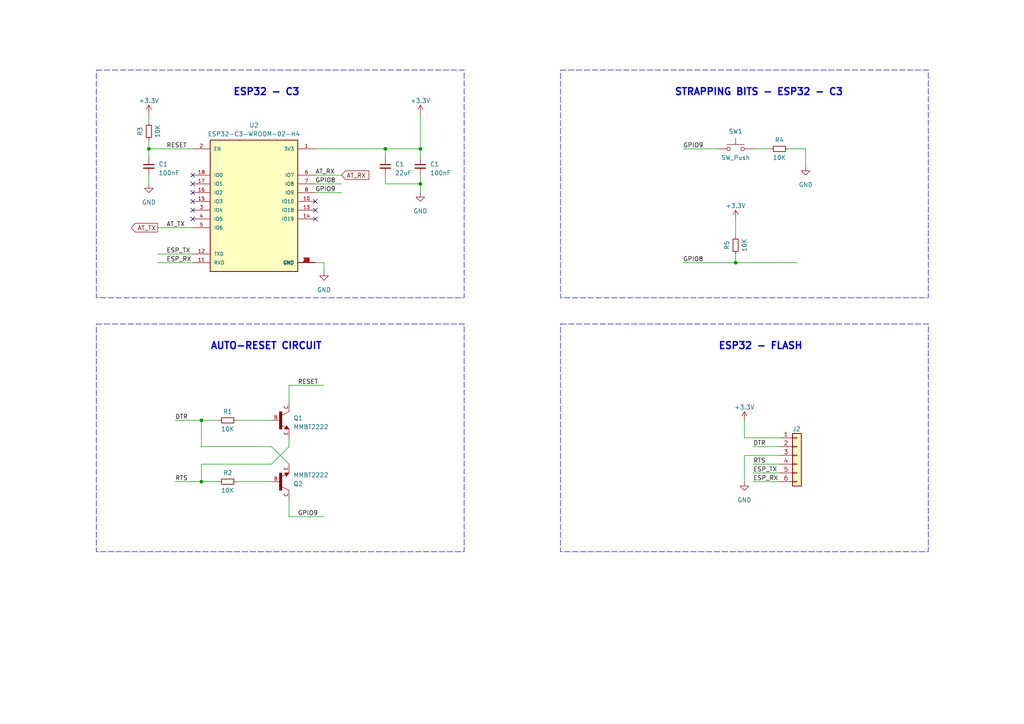
<source format=kicad_sch>
(kicad_sch (version 20230121) (generator eeschema)
  (paper "A4")
  (lib_symbols
    (symbol "Connector_Generic:Conn_01x06" (pin_names (offset 1.016) hide)
      (property "Reference" "J" (at 0 7.62 0))
      (property "Value" "Conn_01x06" (at 0 -10.16 0))
      (symbol "Conn_01x06_1_1"
        (rectangle (start -1.27 -7.493) (end 0 -7.747) (stroke (width 0.1524)))
        (rectangle (start -1.27 -4.953) (end 0 -5.207) (stroke (width 0.1524)))
        (rectangle (start -1.27 -2.413) (end 0 -2.667) (stroke (width 0.1524)))
        (rectangle (start -1.27 0.127) (end 0 -0.127) (stroke (width 0.1524)))
        (rectangle (start -1.27 2.667) (end 0 2.413) (stroke (width 0.1524)))
        (rectangle (start -1.27 5.207) (end 0 4.953) (stroke (width 0.1524)))
        (rectangle (start -1.27 6.35) (end 1.27 -8.89) (stroke (width 0.254)) (fill (type background)))
        (pin passive line (at -5.08 5.08 0) (length 3.81) (name "Pin_1") (number "1"))
        (pin passive line (at -5.08 2.54 0) (length 3.81) (name "Pin_2") (number "2"))
        (pin passive line (at -5.08 0 0) (length 3.81) (name "Pin_3") (number "3"))
        (pin passive line (at -5.08 -2.54 0) (length 3.81) (name "Pin_4") (number "4"))
        (pin passive line (at -5.08 -5.08 0) (length 3.81) (name "Pin_5") (number "5"))
        (pin passive line (at -5.08 -7.62 0) (length 3.81) (name "Pin_6") (number "6"))
      )
    )
    (symbol "Device:C_Small" (pin_numbers hide) (pin_names (offset 0.254) hide)
      (property "Reference" "C" (at 0.254 1.778 0))
      (property "Value" "C_Small" (at 0.254 -2.032 0))
      (symbol "C_Small_0_1"
        (polyline (pts (xy -1.524 -0.508) (xy 1.524 -0.508)) (stroke (width 0.3302)))
        (polyline (pts (xy -1.524 0.508) (xy 1.524 0.508)) (stroke (width 0.3048)))
      )
      (symbol "C_Small_1_1"
        (pin passive line (at 0 2.54 270) (length 2.032) (name "~") (number "1"))
        (pin passive line (at 0 -2.54 90) (length 2.032) (name "~") (number "2"))
      )
    )
    (symbol "Device:R_Small" (pin_numbers hide) (pin_names (offset 0.254) hide)
      (property "Reference" "R" (at 0.762 0.508 0))
      (property "Value" "R_Small" (at 0.762 -1.016 0))
      (symbol "R_Small_0_1"
        (rectangle (start -0.762 1.778) (end 0.762 -1.778) (stroke (width 0.2032)))
      )
      (symbol "R_Small_1_1"
        (pin passive line (at 0 2.54 270) (length 0.762) (name "~") (number "1"))
        (pin passive line (at 0 -2.54 90) (length 0.762) (name "~") (number "2"))
      )
    )
    (symbol "Switch:SW_Push" (pin_numbers hide) (pin_names (offset 1.016) hide)
      (property "Reference" "SW" (at 1.27 2.54 0))
      (property "Value" "SW_Push" (at 0 -1.524 0))
      (symbol "SW_Push_0_1"
        (circle (center -2.032 0) (radius 0.508))
        (polyline (pts (xy 0 1.27) (xy 0 3.048)))
        (polyline (pts (xy 2.54 1.27) (xy -2.54 1.27)))
        (circle (center 2.032 0) (radius 0.508))
        (pin passive line (at -5.08 0 0) (length 2.54) (name "1") (number "1"))
        (pin passive line (at 5.08 0 180) (length 2.54) (name "2") (number "2"))
      )
    )
    (symbol "db-module-wifi:ESP32-C3-WROOM-02-H4" (pin_names (offset 1.016))
      (property "Reference" "U" (at -12.7 21.082 0))
      (property "Value" "ESP32-C3-WROOM-02-H4" (at -12.7 -18.542 0))
      (symbol "ESP32-C3-WROOM-02-H4_0_0"
        (rectangle (start -12.7 -17.78) (end 12.7 20.32) (stroke (width 0.254)) (fill (type background)))
        (pin power_in line (at 17.78 17.78 180) (length 5.08) (name "3V3") (number "1"))
        (pin bidirectional line (at 17.78 2.54 180) (length 5.08) (name "IO10") (number "10"))
        (pin bidirectional line (at -17.78 -15.24 0) (length 5.08) (name "RXD") (number "11"))
        (pin bidirectional line (at -17.78 -12.7 0) (length 5.08) (name "TXD") (number "12"))
        (pin bidirectional line (at 17.78 0 180) (length 5.08) (name "IO18") (number "13"))
        (pin bidirectional line (at 17.78 -2.54 180) (length 5.08) (name "IO19") (number "14"))
        (pin bidirectional line (at -17.78 2.54 0) (length 5.08) (name "IO3") (number "15"))
        (pin bidirectional line (at -17.78 5.08 0) (length 5.08) (name "IO2") (number "16"))
        (pin bidirectional line (at -17.78 7.62 0) (length 5.08) (name "IO1") (number "17"))
        (pin bidirectional line (at -17.78 10.16 0) (length 5.08) (name "IO0") (number "18"))
        (pin power_in line (at 17.78 -15.24 180) (length 5.08) (name "GND") (number "19"))
        (pin input line (at -17.78 17.78 0) (length 5.08) (name "EN") (number "2"))
        (pin power_in line (at 17.78 -15.24 180) (length 5.08) (name "GND") (number "20"))
        (pin power_in line (at 17.78 -15.24 180) (length 5.08) (name "GND") (number "21"))
        (pin power_in line (at 17.78 -15.24 180) (length 5.08) (name "GND") (number "22"))
        (pin power_in line (at 17.78 -15.24 180) (length 5.08) (name "GND") (number "23"))
        (pin power_in line (at 17.78 -15.24 180) (length 5.08) (name "GND") (number "24"))
        (pin power_in line (at 17.78 -15.24 180) (length 5.08) (name "GND") (number "25"))
        (pin power_in line (at 17.78 -15.24 180) (length 5.08) (name "GND") (number "26"))
        (pin power_in line (at 17.78 -15.24 180) (length 5.08) (name "GND") (number "27"))
        (pin power_in line (at 17.78 -15.24 180) (length 5.08) (name "GND") (number "28"))
        (pin power_in line (at 17.78 -15.24 180) (length 5.08) (name "GND") (number "29"))
        (pin bidirectional line (at -17.78 0 0) (length 5.08) (name "IO4") (number "3"))
        (pin power_in line (at 17.78 -15.24 180) (length 5.08) (name "GND") (number "30"))
        (pin power_in line (at 17.78 -15.24 180) (length 5.08) (name "GND") (number "31"))
        (pin power_in line (at 17.78 -15.24 180) (length 5.08) (name "GND") (number "32"))
        (pin power_in line (at 17.78 -15.24 180) (length 5.08) (name "GND") (number "33"))
        (pin power_in line (at 17.78 -15.24 180) (length 5.08) (name "GND") (number "34"))
        (pin power_in line (at 17.78 -15.24 180) (length 5.08) (name "GND") (number "35"))
        (pin power_in line (at 17.78 -15.24 180) (length 5.08) (name "GND") (number "36"))
        (pin power_in line (at 17.78 -15.24 180) (length 5.08) (name "GND") (number "37"))
        (pin power_in line (at 17.78 -15.24 180) (length 5.08) (name "GND") (number "38"))
        (pin power_in line (at 17.78 -15.24 180) (length 5.08) (name "GND") (number "39"))
        (pin bidirectional line (at -17.78 -2.54 0) (length 5.08) (name "IO5") (number "4"))
        (pin bidirectional line (at -17.78 -5.08 0) (length 5.08) (name "IO6") (number "5"))
        (pin bidirectional line (at 17.78 10.16 180) (length 5.08) (name "IO7") (number "6"))
        (pin bidirectional line (at 17.78 7.62 180) (length 5.08) (name "IO8") (number "7"))
        (pin bidirectional line (at 17.78 5.08 180) (length 5.08) (name "IO9") (number "8"))
        (pin power_in line (at 17.78 -15.24 180) (length 5.08) (name "GND") (number "9"))
      )
    )
    (symbol "db-transistors:MMBT2222*" (pin_names (offset 1.016))
      (property "Reference" "Q" (at -10.1692 7.6269 0))
      (property "Value" "MMBT2222*" (at -10.1765 5.0882 0))
      (symbol "MMBT2222*_0_0"
        (rectangle (start -0.2541 -2.5408) (end 0.508 2.54) (stroke (width 0.1)) (fill (type outline)))
        (polyline (pts (xy 1.27 -2.54) (xy 1.778 -1.524)) (stroke (width 0.1524)))
        (polyline (pts (xy 1.524 -2.413) (xy 2.286 -2.413)) (stroke (width 0.254)))
        (polyline (pts (xy 1.524 -2.286) (xy 1.905 -2.286)) (stroke (width 0.254)))
        (polyline (pts (xy 1.54 -2.04) (xy 0.308 -1.424)) (stroke (width 0.1524)))
        (polyline (pts (xy 1.778 -1.778) (xy 1.524 -2.286)) (stroke (width 0.254)))
        (polyline (pts (xy 1.778 -1.524) (xy 2.54 -2.54)) (stroke (width 0.1524)))
        (polyline (pts (xy 1.905 -2.286) (xy 1.778 -2.032)) (stroke (width 0.254)))
        (polyline (pts (xy 2.286 -2.413) (xy 1.778 -1.778)) (stroke (width 0.254)))
        (polyline (pts (xy 2.54 -2.54) (xy 1.27 -2.54)) (stroke (width 0.1524)))
        (polyline (pts (xy 2.54 2.54) (xy 0.508 1.524)) (stroke (width 0.1524)))
        (pin passive line (at -2.54 0 0) (length 2.54) (name "~") (number "B"))
        (pin passive line (at 2.54 5.08 270) (length 2.54) (name "~") (number "C"))
        (pin passive line (at 2.54 -5.08 90) (length 2.54) (name "~") (number "E"))
      )
    )
    (symbol "power:+3.3V" (power) (pin_names (offset 0))
      (property "Value" "+3.3V" (at 0 3.556 0))
      (symbol "+3.3V_0_1"
        (polyline (pts (xy -0.762 1.27) (xy 0 2.54)))
        (polyline (pts (xy 0 0) (xy 0 2.54)))
        (polyline (pts (xy 0 2.54) (xy 0.762 1.27)))
      )
      (symbol "+3.3V_1_1"
        (pin power_in line (at 0 0 90) (length 0) hide (name "+3.3V") (number "1"))
      )
    )
    (symbol "power:GND" (power) (pin_names (offset 0))
      (property "Value" "GND" (at 0 -3.81 0))
      (symbol "GND_0_1"
        (polyline (pts (xy 0 0) (xy 0 -1.27) (xy 1.27 -1.27) (xy 0 -2.54) (xy -1.27 -1.27) (xy 0 -1.27)))
      )
      (symbol "GND_1_1"
        (pin power_in line (at 0 0 270) (length 0) hide (name "GND") (number "1"))
      )
    )
  )
  (junction (at 43.18 43.18))
  (junction (at 58.42 139.7))
  (junction (at 58.42 121.92))
  (junction (at 111.76 43.18))
  (junction (at 121.92 43.18))
  (junction (at 213.36 76.2))
  (junction (at 121.92 53.34))
  (no_connect (at 55.88 55.88))
  (no_connect (at 91.44 63.5))
  (no_connect (at 91.44 58.42))
  (no_connect (at 55.88 58.42))
  (no_connect (at 91.44 60.96))
  (no_connect (at 55.88 60.96))
  (no_connect (at 55.88 63.5))
  (no_connect (at 55.88 53.34))
  (no_connect (at 55.88 50.8))
  (wire (pts (xy 228.6 43.18) (xy 233.68 43.18)))
  (wire (pts (xy 198.12 43.18) (xy 208.28 43.18)))
  (wire (pts (xy 121.92 43.18) (xy 121.92 45.72)))
  (wire (pts (xy 121.92 33.02) (xy 121.92 43.18)))
  (wire (pts (xy 111.76 50.8) (xy 111.76 53.34)))
  (wire (pts (xy 218.44 134.62) (xy 226.06 134.62)))
  (wire (pts (xy 58.42 129.54) (xy 78.74 129.54)))
  (wire (pts (xy 43.18 33.02) (xy 43.18 35.56)))
  (wire (pts (xy 215.9 127) (xy 215.9 121.92)))
  (wire (pts (xy 215.9 127) (xy 226.06 127)))
  (wire (pts (xy 83.82 144.78) (xy 83.82 149.86)))
  (wire (pts (xy 78.74 134.62) (xy 83.82 129.54)))
  (wire (pts (xy 93.98 76.2) (xy 93.98 78.74)))
  (wire (pts (xy 45.72 73.66) (xy 55.88 73.66)))
  (wire (pts (xy 91.44 43.18) (xy 111.76 43.18)))
  (wire (pts (xy 58.42 139.7) (xy 63.5 139.7)))
  (wire (pts (xy 218.44 129.54) (xy 226.06 129.54)))
  (wire (pts (xy 43.18 40.64) (xy 43.18 43.18)))
  (wire (pts (xy 50.8 139.7) (xy 58.42 139.7)))
  (wire (pts (xy 233.68 43.18) (xy 233.68 48.26)))
  (wire (pts (xy 111.76 53.34) (xy 121.92 53.34)))
  (wire (pts (xy 198.12 76.2) (xy 213.36 76.2)))
  (wire (pts (xy 215.9 132.08) (xy 226.06 132.08)))
  (wire (pts (xy 68.58 139.7) (xy 78.74 139.7)))
  (wire (pts (xy 91.44 76.2) (xy 93.98 76.2)))
  (wire (pts (xy 111.76 43.18) (xy 121.92 43.18)))
  (wire (pts (xy 218.44 43.18) (xy 223.52 43.18)))
  (wire (pts (xy 83.82 111.76) (xy 93.98 111.76)))
  (wire (pts (xy 218.44 139.7) (xy 226.06 139.7)))
  (wire (pts (xy 43.18 50.8) (xy 43.18 53.34)))
  (wire (pts (xy 58.42 121.92) (xy 58.42 129.54)))
  (wire (pts (xy 213.36 63.5) (xy 213.36 68.58)))
  (wire (pts (xy 45.72 66.04) (xy 55.88 66.04)))
  (wire (pts (xy 91.44 50.8) (xy 99.06 50.8)))
  (wire (pts (xy 111.76 43.18) (xy 111.76 45.72)))
  (wire (pts (xy 213.36 73.66) (xy 213.36 76.2)))
  (wire (pts (xy 43.18 43.18) (xy 43.18 45.72)))
  (wire (pts (xy 58.42 121.92) (xy 63.5 121.92)))
  (wire (pts (xy 121.92 53.34) (xy 121.92 55.88)))
  (wire (pts (xy 213.36 76.2) (xy 231.14 76.2)))
  (wire (pts (xy 83.82 116.84) (xy 83.82 111.76)))
  (wire (pts (xy 68.58 121.92) (xy 78.74 121.92)))
  (wire (pts (xy 91.44 55.88) (xy 99.06 55.88)))
  (wire (pts (xy 215.9 132.08) (xy 215.9 139.7)))
  (wire (pts (xy 45.72 76.2) (xy 55.88 76.2)))
  (wire (pts (xy 218.44 137.16) (xy 226.06 137.16)))
  (wire (pts (xy 91.44 53.34) (xy 99.06 53.34)))
  (wire (pts (xy 58.42 134.62) (xy 58.42 139.7)))
  (wire (pts (xy 50.8 121.92) (xy 58.42 121.92)))
  (wire (pts (xy 78.74 129.54) (xy 83.82 134.62)))
  (wire (pts (xy 83.82 149.86) (xy 93.98 149.86)))
  (wire (pts (xy 83.82 127) (xy 83.82 129.54)))
  (wire (pts (xy 43.18 43.18) (xy 55.88 43.18)))
  (wire (pts (xy 121.92 50.8) (xy 121.92 53.34)))
  (wire (pts (xy 58.42 134.62) (xy 78.74 134.62)))
  (rectangle (start 162.56 20.32) (end 269.24 86.36) (stroke (width 0) (type dash)))
  (rectangle (start 27.94 93.98) (end 134.62 160.02) (stroke (width 0) (type dash)))
  (rectangle (start 162.56 93.98) (end 269.24 160.02) (stroke (width 0) (type dash)))
  (rectangle (start 27.94 20.32) (end 134.62 86.36) (stroke (width 0) (type dash)))
  (text " ESP32 - C3" (at 66.04 27.94 0) (effects (font (size 2 2) bold) (justify left bottom)))
  (text "STRAPPING BITS - ESP32 - C3" (at 195.58 27.94 0) (effects (font (size 2 2) bold) (justify left bottom)))
  (text "ESP32 - FLASH" (at 208.28 101.6 0) (effects (font (size 2 2) bold) (justify left bottom)))
  (text "AUTO-RESET CIRCUIT\n" (at 60.96 101.6 0) (effects (font (size 2 2) bold) (justify left bottom)))
  (label "RTS" (at 50.8 139.7 0))
  (label "GPIO9" (at 86.36 149.86 0))
  (label "RESET" (at 86.36 111.76 0))
  (label "ESP_TX" (at 218.44 137.16 0))
  (label "ESP_RX" (at 48.26 76.2 0))
  (label "AT_TX" (at 48.26 66.04 0))
  (label "ESP_RX" (at 218.44 139.7 0))
  (label "GPIO9" (at 91.44 55.88 0))
  (label "AT_RX" (at 91.44 50.8 0))
  (label "GPIO8" (at 198.12 76.2 0))
  (label "GPIO9" (at 198.12 43.18 0))
  (label "DTR" (at 218.44 129.54 0))
  (label "DTR" (at 50.8 121.92 0))
  (label "ESP_TX" (at 48.26 73.66 0))
  (label "RESET" (at 48.26 43.18 0))
  (label "GPIO8" (at 91.44 53.34 0))
  (label "RTS" (at 218.44 134.62 0))
  (global_label "AT_TX" (shape output) (at 45.72 66.04 180) (property "Intersheetrefs" "${INTERSHEET_REFS}" (effects hide)))
  (global_label "AT_RX" (shape input) (at 99.06 50.8 0) (property "Intersheetrefs" "${INTERSHEET_REFS}" (effects hide)))
  (symbol (lib_id "power:GND") (at 233.68 48.26 0) (unit 1)
    (property "Reference" "#PWR03" (effects hide))
    (property "Value" "GND" (at 233.68 53.594 0))
    (instances (project "d3vk1t" (path "" (reference "#PWR03") (unit 1)) (path "" (reference "#PWR08") (unit 1))))
  )
  (symbol (lib_id "Connector_Generic:Conn_01x06") (at 231.14 132.08 0) (unit 1)
    (property "Reference" "J2" (at 229.8264 124.4327 0) (effects (justify left)))
    (property "Value" "Conn_01x06" (effects hide))
    (property "Footprint" "Connector_PinHeader_2.54mm:PinHeader_1x06_P2.54mm_Vertical" (effects hide))
    (instances (project "d3vk1t" (path "" (reference "J2") (unit 1)) (path "" (reference "J3") (unit 1))))
  )
  (symbol (lib_id "db-module-wifi:ESP32-C3-WROOM-02-H4") (at 73.66 60.96 0) (unit 1)
    (property "Reference" "U2" (at 73.66 36.322 0))
    (property "Value" "ESP32-C3-WROOM-02-H4" (at 73.66 38.862 0))
    (property "Footprint" "MODULE_ESP32-C3-WROOM-02-H4" (effects hide))
    (property "Price" "None" (effects hide))
    (property "MP" "ESP32-C3-WROOM-02-H4" (effects hide))
    (property "Purchase-URL" "https://pricing.snapeda.com/search/part/ESP32-C3-WROOM-02-H4/?ref=eda" (effects hide))
    (property "Availability" "In Stock" (effects hide))
    (property "Description" "WiFi Modules (802.11) (Engineering Samples) SMD module, ESP32-C3, 4MB SPI flash, PCB antenna, -40 C +105 C" (effects hide))
    (property "MF" "Espressif Systems" (effects hide))
    (property "Package" "Package" (effects hide))
  )
  (symbol (lib_id "power:GND") (at 215.9 139.7 0) (unit 1)
    (property "Reference" "#PWR07" (effects hide))
    (property "Value" "GND" (at 215.9 145.034 0))
    (instances (project "d3vk1t" (path "" (reference "#PWR07") (unit 1)) (path "" (reference "#PWR016") (unit 1))))
  )
  (symbol (lib_id "power:+3.3V") (at 213.36 63.5 0) (unit 1)
    (property "Reference" "#PWR02" (effects hide))
    (property "Value" "+3.3V" (at 213.36 59.69 0))
    (instances (project "d3vk1t" (path "" (reference "#PWR02") (unit 1)) (path "" (reference "#PWR014") (unit 1))))
  )
  (symbol (lib_id "Device:R_Small") (at 226.06 43.18 90) (unit 1)
    (property "Reference" "R4" (at 226.06 40.64 90))
    (property "Value" "10K" (at 226.06 45.72 90))
    (property "Footprint" "Resistor_SMD:R_0402_1005Metric" (effects hide))
  )
  (symbol (lib_id "power:GND") (at 93.98 78.74 0) (unit 1)
    (property "Reference" "#PWR03" (effects hide))
    (property "Value" "GND" (at 93.98 84.074 0))
    (instances (project "d3vk1t" (path "" (reference "#PWR03") (unit 1)) (path "" (reference "#PWR010") (unit 1))))
  )
  (symbol (lib_id "Device:C_Small") (at 43.18 48.26 0) (unit 1)
    (property "Reference" "C1" (at 45.974 47.6313 0) (effects (justify left)))
    (property "Value" "100nF" (at 45.974 50.1713 0) (effects (justify left)))
    (property "Footprint" "Capacitor_SMD:C_0402_1005Metric" (effects hide))
    (instances (project "d3vk1t" (path "" (reference "C1") (unit 1)) (path "" (reference "C12") (unit 1))))
  )
  (symbol (lib_id "Device:R_Small") (at 213.36 71.12 180) (unit 1)
    (property "Reference" "R5" (at 210.82 71.12 90))
    (property "Value" "10K" (at 215.9 71.12 90))
    (property "Footprint" "Resistor_SMD:R_0402_1005Metric" (effects hide))
  )
  (symbol (lib_id "db-transistors:MMBT2222*") (at 81.28 139.7 0) (mirror x) (unit 1)
    (property "Reference" "Q2" (at 85.09 140.335 0) (effects (justify left)))
    (property "Value" "MMBT2222" (at 85.09 137.795 0) (effects (justify left)))
    (property "Footprint" "db:SOT23-BEC" (effects hide))
  )
  (symbol (lib_id "power:+3.3V") (at 121.92 33.02 0) (unit 1)
    (property "Reference" "#PWR02" (effects hide))
    (property "Value" "+3.3V" (at 121.92 29.21 0))
    (instances (project "d3vk1t" (path "" (reference "#PWR02") (unit 1)) (path "" (reference "#PWR013") (unit 1))))
  )
  (symbol (lib_id "Device:R_Small") (at 43.18 38.1 180) (unit 1)
    (property "Reference" "R3" (at 40.64 38.1 90))
    (property "Value" "10K" (at 45.72 38.1 90))
    (property "Footprint" "Resistor_SMD:R_0402_1005Metric" (effects hide))
  )
  (symbol (lib_id "power:GND") (at 43.18 53.34 0) (unit 1)
    (property "Reference" "#PWR03" (effects hide))
    (property "Value" "GND" (at 43.18 58.674 0))
    (instances (project "d3vk1t" (path "" (reference "#PWR03") (unit 1)) (path "" (reference "#PWR011") (unit 1))))
  )
  (symbol (lib_id "power:+3.3V") (at 215.9 121.92 0) (unit 1)
    (property "Reference" "#PWR06" (effects hide))
    (property "Value" "+3.3V" (at 215.9 118.11 0))
    (instances (project "d3vk1t" (path "" (reference "#PWR06") (unit 1)) (path "" (reference "#PWR015") (unit 1))))
  )
  (symbol (lib_id "db-transistors:MMBT2222*") (at 81.28 121.92 0) (unit 1)
    (property "Reference" "Q1" (at 85.09 121.285 0) (effects (justify left)))
    (property "Value" "MMBT2222" (at 85.09 123.825 0) (effects (justify left)))
    (property "Footprint" "db:SOT23-BEC" (effects hide))
  )
  (symbol (lib_id "Device:R_Small") (at 66.04 121.92 90) (unit 1)
    (property "Reference" "R1" (at 66.04 119.38 90))
    (property "Value" "10K" (at 66.04 124.46 90))
    (property "Footprint" "Resistor_SMD:R_0402_1005Metric" (effects hide))
  )
  (symbol (lib_id "Switch:SW_Push") (at 213.36 43.18 0) (unit 1)
    (property "Reference" "SW1" (at 213.36 38.1 0))
    (property "Value" "SW_Push" (at 213.36 45.72 0))
    (property "Footprint" "Button_Switch_SMD:SW_SPST_FSMSM" (effects hide))
  )
  (symbol (lib_id "power:+3.3V") (at 43.18 33.02 0) (unit 1)
    (property "Reference" "#PWR02" (effects hide))
    (property "Value" "+3.3V" (at 43.18 29.21 0))
    (instances (project "d3vk1t" (path "" (reference "#PWR02") (unit 1)) (path "" (reference "#PWR012") (unit 1))))
  )
  (symbol (lib_id "Device:R_Small") (at 66.04 139.7 90) (unit 1)
    (property "Reference" "R2" (at 66.04 137.16 90))
    (property "Value" "10K" (at 66.04 142.24 90))
    (property "Footprint" "Resistor_SMD:R_0402_1005Metric" (effects hide))
  )
  (symbol (lib_id "Device:C_Small") (at 111.76 48.26 0) (unit 1)
    (property "Reference" "C1" (at 114.554 47.6313 0) (effects (justify left)))
    (property "Value" "22uF" (at 114.554 50.1713 0) (effects (justify left)))
    (property "Footprint" "Capacitor_SMD:C_0805_2012Metric" (effects hide))
    (instances (project "d3vk1t" (path "" (reference "C1") (unit 1)) (path "" (reference "C11") (unit 1))))
  )
  (symbol (lib_id "power:GND") (at 121.92 55.88 0) (unit 1)
    (property "Reference" "#PWR03" (effects hide))
    (property "Value" "GND" (at 121.92 61.214 0))
    (instances (project "d3vk1t" (path "" (reference "#PWR03") (unit 1)) (path "" (reference "#PWR09") (unit 1))))
  )
  (symbol (lib_id "Device:C_Small") (at 121.92 48.26 0) (unit 1)
    (property "Reference" "C1" (at 124.714 47.6313 0) (effects (justify left)))
    (property "Value" "100nF" (at 124.714 50.1713 0) (effects (justify left)))
    (property "Footprint" "Capacitor_SMD:C_0402_1005Metric" (effects hide))
    (instances (project "d3vk1t" (path "" (reference "C1") (unit 1)) (path "" (reference "C10") (unit 1))))
  )
)
</source>
